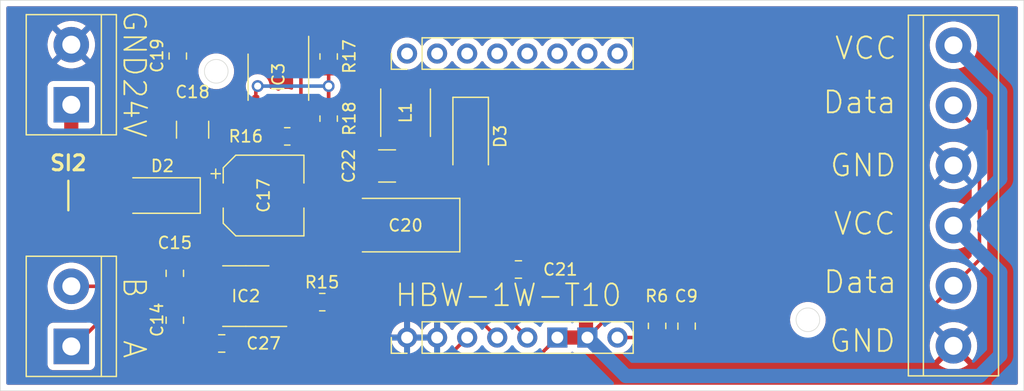
<source format=kicad_pcb>
(kicad_pcb (version 20211014) (generator pcbnew)
  (layers (0 "F.Cu" signal) (31 "B.Cu" signal) (34 "B.Paste" user) (35 "F.Paste" user) (36 "B.SilkS" user "B.Silkscreen") (37 "F.SilkS" user "F.Silkscreen") (38 "B.Mask" user) (39 "F.Mask" user) (44 "Edge.Cuts" user))
  (net 0 "")
  (net 1 "/A7")
  (net 2 "/+24V")
  (net 3 "/GND")
  (net 4 "/VCC")
  (net 5 "/A3")
  (net 6 "/RXD")
  (net 7 "/TXEN")
  (net 8 "/TXD")
  (net 9 "/A6")
  (net 10 "/A5")
  (net 11 "/A4")
  (net 12 "/A2")
  (net 13 "/A1")
  (net 14 "/A0")
  (net 15 "Net-(C17-Pad1)")
  (net 16 "Net-(D2-Pad2)")
  (net 17 "Net-(IC3-Pad1)")
  (net 18 "Net-(C14-Pad1)")
  (net 19 "Net-(C15-Pad1)")
  (net 20 "Net-(C19-Pad1)")
  (net 21 "Net-(D3-Pad1)")
  (net 22 "Net-(IC3-Pad5)")
  (net 23 "/DATA")
  (footprint "Resistor_SMD:R_0805_2012Metric_Pad1.20x1.40mm_HandSolder" (layer "F.Cu") (at 133 98.5 -90)
    (fp_text reference "R18" (at 0 -1.75 90) (layer "F.SilkS"))
    (fp_text value "12k")
    (fp_line (start -0.227064 -0.735) (end 0.227064 -0.735) (layer "F.SilkS") (width 0.12))
    (fp_line (start -0.227064 0.735) (end 0.227064 0.735) (layer "F.SilkS") (width 0.12))
    (pad "1" smd roundrect (at -1 0 270) (size 1.2 1.4) (layers "F.Cu" "F.Paste" "F.Mask") (roundrect_rratio 0.2083333333) (net 22 "Net-(IC3-Pad5)"))
    (pad "2" smd roundrect (at 1 0 270) (size 1.2 1.4) (layers "F.Cu" "F.Paste" "F.Mask") (roundrect_rratio 0.2083333333) (net 3 "/GND"))
  )
  (footprint "Diode_SMD:D_MELF" (layer "F.Cu") (at 145 100 -90)
    (fp_text reference "D3" (at 0 -2.5 -90) (layer "F.SilkS"))
    (fp_text value "SK14")
    (fp_line (start -3.3 1.5) (end 2.4 1.5) (layer "F.SilkS") (width 0.12))
    (fp_line (start 2.4 -1.5) (end -3.3 -1.5) (layer "F.SilkS") (width 0.12))
    (fp_line (start -3.3 -1.5) (end -3.3 1.5) (layer "F.SilkS") (width 0.12))
    (pad "1" smd rect (at -2.4 0 270) (size 1.5 2.7) (layers "F.Cu" "F.Paste" "F.Mask") (net 21 "Net-(D3-Pad1)"))
    (pad "2" smd rect (at 2.4 0 270) (size 1.5 2.7) (layers "F.Cu" "F.Paste" "F.Mask") (net 3 "/GND"))
  )
  (footprint "Inductor_SMD:L_Taiyo-Yuden_MD-4040" (layer "F.Cu") (at 139.5 98 90)
    (fp_text reference "L1" (at 0 0 90) (layer "F.SilkS"))
    (fp_text value "270µH" hide)
    (fp_line (start -2 -2.1) (end 2 -2.1) (layer "F.SilkS") (width 0.12))
    (fp_line (start -2 2.1) (end 2 2.1) (layer "F.SilkS") (width 0.12))
    (pad "1" smd rect (at -1.4 0 90) (size 1.2 3.7) (layers "F.Cu" "F.Paste" "F.Mask") (net 4 "/VCC"))
    (pad "2" smd rect (at 1.4 0 90) (size 1.2 3.7) (layers "F.Cu" "F.Paste" "F.Mask") (net 21 "Net-(D3-Pad1)"))
  )
  (footprint "Capacitor_SMD:C_0805_2012Metric_Pad1.18x1.45mm_HandSolder" (layer "F.Cu") (at 149.0375 111.25 180)
    (fp_text reference "C21" (at -3.5375 0) (layer "F.SilkS"))
    (fp_text value "100n")
    (fp_line (start -0.261252 -0.735) (end 0.261252 -0.735) (layer "F.SilkS") (width 0.12))
    (fp_line (start -0.261252 0.735) (end 0.261252 0.735) (layer "F.SilkS") (width 0.12))
    (pad "1" smd roundrect (at -1.0375 0 180) (size 1.175 1.45) (layers "F.Cu" "F.Paste" "F.Mask") (roundrect_rratio 0.2127659574) (net 3 "/GND"))
    (pad "2" smd roundrect (at 1.0375 0 180) (size 1.175 1.45) (layers "F.Cu" "F.Paste" "F.Mask") (roundrect_rratio 0.2127659574) (net 4 "/VCC"))
  )
  (footprint "TerminalBlock:TerminalBlock_bornier-2_P5.08mm" (layer "F.Cu") (at 111.25 97.33 90)
    (fp_text reference "J4" hide)
    (fp_text value "24V_Terminal")
    (fp_line (start -2.54 3.81) (end 7.62 3.81) (layer "F.SilkS") (width 0.12))
    (fp_line (start -2.54 -3.81) (end -2.54 3.81) (layer "F.SilkS") (width 0.12))
    (fp_line (start 7.62 2.54) (end -2.54 2.54) (layer "F.SilkS") (width 0.12))
    (fp_line (start 7.62 3.81) (end 7.62 -3.81) (layer "F.SilkS") (width 0.12))
    (fp_line (start 7.62 -3.81) (end -2.54 -3.81) (layer "F.SilkS") (width 0.12))
    (pad "1" thru_hole rect (at 0 0 90) (size 3 3) (drill 1.52) (layers *.Cu *.Mask) (net 2 "/+24V"))
    (pad "2" thru_hole circle (at 5.08 0 90) (size 3 3) (drill 1.52) (layers *.Cu *.Mask) (net 3 "/GND"))
  )
  (footprint "Capacitor_Tantalum_SMD:CP_EIA-7343-20_Kemet-V_Pad2.25x2.55mm_HandSolder" (layer "F.Cu") (at 139.5 107.5 180)
    (fp_text reference "C20" (at 0 -0.0254) (layer "F.SilkS"))
    (fp_text value "100µF/6,3V")
    (fp_line (start -4.585 -2.26) (end -4.585 2.26) (layer "F.SilkS") (width 0.12))
    (fp_line (start -4.585 2.26) (end 3.65 2.26) (layer "F.SilkS") (width 0.12))
    (fp_line (start 3.65 -2.26) (end -4.585 -2.26) (layer "F.SilkS") (width 0.12))
    (pad "1" smd roundrect (at -3.2 0 180) (size 2.25 2.55) (layers "F.Cu" "F.Paste" "F.Mask") (roundrect_rratio 0.1111111111) (net 4 "/VCC"))
    (pad "2" smd roundrect (at 3.2 0 180) (size 2.25 2.55) (layers "F.Cu" "F.Paste" "F.Mask") (roundrect_rratio 0.1111111111) (net 3 "/GND"))
  )
  (footprint "Package_SO:SOIC-8_3.9x4.9mm_P1.27mm" (layer "F.Cu") (at 128.75 95 -90)
    (fp_text reference "IC3" (at 0 0 90) (layer "F.SilkS"))
    (fp_text value "MC34063AD")
    (fp_line (start 0 -2.56) (end -3.45 -2.56) (layer "F.SilkS") (width 0.12))
    (fp_line (start 0 2.56) (end -1.95 2.56) (layer "F.SilkS") (width 0.12))
    (fp_line (start 0 -2.56) (end 1.95 -2.56) (layer "F.SilkS") (width 0.12))
    (fp_line (start 0 2.56) (end 1.95 2.56) (layer "F.SilkS") (width 0.12))
    (pad "1" smd roundrect (at -2.475 -1.905 270) (size 1.95 0.6) (layers "F.Cu" "F.Paste" "F.Mask") (net 17 "Net-(IC3-Pad1)"))
    (pad "2" smd roundrect (at -2.475 -0.635 270) (size 1.95 0.6) (layers "F.Cu" "F.Paste" "F.Mask") (net 21 "Net-(D3-Pad1)"))
    (pad "3" smd roundrect (at -2.475 0.635 270) (size 1.95 0.6) (layers "F.Cu" "F.Paste" "F.Mask") (net 20 "Net-(C19-Pad1)"))
    (pad "4" smd roundrect (at -2.475 1.905 270) (size 1.95 0.6) (layers "F.Cu" "F.Paste" "F.Mask") (net 3 "/GND"))
    (pad "5" smd roundrect (at 2.475 1.905 270) (size 1.95 0.6) (layers "F.Cu" "F.Paste" "F.Mask") (net 22 "Net-(IC3-Pad5)"))
    (pad "6" smd roundrect (at 2.475 0.635 270) (size 1.95 0.6) (layers "F.Cu" "F.Paste" "F.Mask") (net 15 "Net-(C17-Pad1)"))
    (pad "7" smd roundrect (at 2.475 -0.635 270) (size 1.95 0.6) (layers "F.Cu" "F.Paste" "F.Mask") (net 17 "Net-(IC3-Pad1)"))
    (pad "8" smd roundrect (at 2.475 -1.905 270) (size 1.95 0.6) (layers "F.Cu" "F.Paste" "F.Mask") (net 17 "Net-(IC3-Pad1)"))
  )
  (footprint "Capacitor_SMD:C_0805_2012Metric_Pad1.18x1.45mm_HandSolder" (layer "F.Cu") (at 120 111.5735 90)
    (fp_text reference "C15" (at 2.5735 0) (layer "F.SilkS"))
    (fp_text value "82pF")
    (fp_line (start -0.261252 -0.735) (end 0.261252 -0.735) (layer "F.SilkS") (width 0.12))
    (fp_line (start -0.261252 0.735) (end 0.261252 0.735) (layer "F.SilkS") (width 0.12))
    (pad "1" smd roundrect (at -1.0375 0 90) (size 1.175 1.45) (layers "F.Cu" "F.Paste" "F.Mask") (roundrect_rratio 0.2127659574) (net 19 "Net-(C15-Pad1)"))
    (pad "2" smd roundrect (at 1.0375 0 90) (size 1.175 1.45) (layers "F.Cu" "F.Paste" "F.Mask") (roundrect_rratio 0.2127659574) (net 3 "/GND"))
  )
  (footprint "Resistor_SMD:R_0805_2012Metric_Pad1.20x1.40mm_HandSolder" (layer "F.Cu") (at 160.7566 116.0178 -90)
    (fp_text reference "R6" (at -2.5178 0.0254) (layer "F.SilkS"))
    (fp_text value "4,7k")
    (fp_line (start -0.227064 0.735) (end 0.227064 0.735) (layer "F.SilkS") (width 0.12))
    (fp_line (start -0.227064 -0.735) (end 0.227064 -0.735) (layer "F.SilkS") (width 0.12))
    (pad "1" smd roundrect (at -1 0 270) (size 1.2 1.4) (layers "F.Cu" "F.Paste" "F.Mask") (roundrect_rratio 0.2083333333) (net 4 "/VCC"))
    (pad "2" smd roundrect (at 1 0 270) (size 1.2 1.4) (layers "F.Cu" "F.Paste" "F.Mask") (roundrect_rratio 0.2083333333) (net 23 "/DATA"))
  )
  (footprint "TerminalBlock:TerminalBlock_bornier-2_P5.08mm" (layer "F.Cu") (at 111.25 117.75 90)
    (fp_text reference "J5" hide)
    (fp_text value "BUS_Terminal")
    (fp_line (start 7.62 -3.81) (end -2.54 -3.81) (layer "F.SilkS") (width 0.12))
    (fp_line (start 7.62 3.81) (end 7.62 -3.81) (layer "F.SilkS") (width 0.12))
    (fp_line (start -2.54 3.81) (end 7.62 3.81) (layer "F.SilkS") (width 0.12))
    (fp_line (start -2.54 -3.81) (end -2.54 3.81) (layer "F.SilkS") (width 0.12))
    (fp_line (start 7.62 2.54) (end -2.54 2.54) (layer "F.SilkS") (width 0.12))
    (pad "1" thru_hole rect (at 0 0 90) (size 3 3) (drill 1.52) (layers *.Cu *.Mask) (net 18 "Net-(C14-Pad1)"))
    (pad "2" thru_hole circle (at 5.08 0 90) (size 3 3) (drill 1.52) (layers *.Cu *.Mask) (net 19 "Net-(C15-Pad1)"))
  )
  (footprint "Resistor_SMD:R_0805_2012Metric_Pad1.20x1.40mm_HandSolder" (layer "F.Cu") (at 129.5 100)
    (fp_text reference "R16" (at -3.5 0) (layer "F.SilkS"))
    (fp_text value "1R")
    (fp_line (start -0.227064 -0.735) (end 0.227064 -0.735) (layer "F.SilkS") (width 0.12))
    (fp_line (start -0.227064 0.735) (end 0.227064 0.735) (layer "F.SilkS") (width 0.12))
    (pad "1" smd roundrect (at -1 0) (size 1.2 1.4) (layers "F.Cu" "F.Paste" "F.Mask") (roundrect_rratio 0.2083333333) (net 15 "Net-(C17-Pad1)"))
    (pad "2" smd roundrect (at 1 0) (size 1.2 1.4) (layers "F.Cu" "F.Paste" "F.Mask") (roundrect_rratio 0.2083333333) (net 17 "Net-(IC3-Pad1)"))
  )
  (footprint "Diode_SMD:D_MELF" (layer "F.Cu") (at 118.85 105 180)
    (fp_text reference "D2" (at -0.1 2.5) (layer "F.SilkS"))
    (fp_text value "SM4007")
    (fp_line (start -3.3 1.5) (end 2.4 1.5) (layer "F.SilkS") (width 0.12))
    (fp_line (start -3.3 -1.5) (end -3.3 1.5) (layer "F.SilkS") (width 0.12))
    (fp_line (start 2.4 -1.5) (end -3.3 -1.5) (layer "F.SilkS") (width 0.12))
    (pad "1" smd rect (at -2.4 0 180) (size 1.5 2.7) (layers "F.Cu" "F.Paste" "F.Mask") (net 15 "Net-(C17-Pad1)"))
    (pad "2" smd rect (at 2.4 0 180) (size 1.5 2.7) (layers "F.Cu" "F.Paste" "F.Mask") (net 16 "Net-(D2-Pad2)"))
  )
  (footprint "Connector_PinHeader_2.54mm:PinHeader_1x08_P2.54mm_Vertical" (layer "F.Cu") (at 139.625 93 90)
    (fp_text reference "J1" hide)
    (fp_text value "Nano_Conn")
    (fp_line (start 1.33 1.27) (end 1.33 19.11) (layer "F.SilkS") (width 0.12))
    (fp_line (start -1.33 1.27) (end 1.33 1.27) (layer "F.SilkS") (width 0.12))
    (fp_line (start -1.33 19.11) (end 1.33 19.11) (layer "F.SilkS") (width 0.12))
    (fp_line (start -1.33 -1.33) (end 0 -1.33) (layer "F.SilkS") (width 0.12))
    (fp_line (start -1.33 1.27) (end -1.33 19.11) (layer "F.SilkS") (width 0.12))
    (fp_line (start -1.33 0) (end -1.33 -1.33) (layer "F.SilkS") (width 0.12))
    (pad "1" thru_hole oval (at 0 0 90) (size 1.7 1.7) (drill 1) (layers *.Cu *.Mask) (net 1 "/A7"))
    (pad "2" thru_hole oval (at 0 2.54 90) (size 1.7 1.7) (drill 1) (layers *.Cu *.Mask) (net 9 "/A6"))
    (pad "3" thru_hole oval (at 0 5.08 90) (size 1.7 1.7) (drill 1) (layers *.Cu *.Mask) (net 10 "/A5"))
    (pad "4" thru_hole oval (at 0 7.62 90) (size 1.7 1.7) (drill 1) (layers *.Cu *.Mask) (net 11 "/A4"))
    (pad "5" thru_hole oval (at 0 10.16 90) (size 1.7 1.7) (drill 1) (layers *.Cu *.Mask) (net 5 "/A3"))
    (pad "6" thru_hole oval (at 0 12.7 90) (size 1.7 1.7) (drill 1) (layers *.Cu *.Mask) (net 12 "/A2"))
    (pad "7" thru_hole oval (at 0 15.24 90) (size 1.7 1.7) (drill 1) (layers *.Cu *.Mask) (net 13 "/A1"))
    (pad "8" thru_hole oval (at 0 17.78 90) (size 1.7 1.7) (drill 1) (layers *.Cu *.Mask) (net 14 "/A0"))
  )
  (footprint "Capacitor_SMD:C_0805_2012Metric_Pad1.18x1.45mm_HandSolder" (layer "F.Cu") (at 120.25 93.2125 -90)
    (fp_text reference "C19" (at -0.0375 1.75 -270) (layer "F.SilkS"))
    (fp_text value "220pF")
    (fp_line (start -0.261252 -0.735) (end 0.261252 -0.735) (layer "F.SilkS") (width 0.12))
    (fp_line (start -0.261252 0.735) (end 0.261252 0.735) (layer "F.SilkS") (width 0.12))
    (pad "1" smd roundrect (at -1.0375 0 270) (size 1.175 1.45) (layers "F.Cu" "F.Paste" "F.Mask") (roundrect_rratio 0.2127659574) (net 20 "Net-(C19-Pad1)"))
    (pad "2" smd roundrect (at 1.0375 0 270) (size 1.175 1.45) (layers "F.Cu" "F.Paste" "F.Mask") (roundrect_rratio 0.2127659574) (net 3 "/GND"))
  )
  (footprint "Capacitor_SMD:C_1210_3225Metric_Pad1.33x2.70mm_HandSolder" (layer "F.Cu") (at 137.9375 102.5 180)
    (fp_text reference "C22" (at 3.2381 0 90) (layer "F.SilkS"))
    (fp_text value "10µF")
    (fp_line (start -0.711252 1.36) (end 0.711252 1.36) (layer "F.SilkS") (width 0.12))
    (fp_line (start -0.711252 -1.36) (end 0.711252 -1.36) (layer "F.SilkS") (width 0.12))
    (pad "1" smd roundrect (at -1.5625 0 180) (size 1.325 2.7) (layers "F.Cu" "F.Paste" "F.Mask") (roundrect_rratio 0.1886792453) (net 4 "/VCC"))
    (pad "2" smd roundrect (at 1.5625 0 180) (size 1.325 2.7) (layers "F.Cu" "F.Paste" "F.Mask") (roundrect_rratio 0.1886792453) (net 3 "/GND"))
  )
  (footprint "Connector_PinHeader_2.54mm:PinHeader_1x08_P2.54mm_Vertical" (layer "F.Cu") (at 139.625 117 90)
    (fp_text reference "J2" hide)
    (fp_text value "RS485_Conn")
    (fp_line (start -1.33 1.27) (end -1.33 19.11) (layer "F.SilkS") (width 0.12))
    (fp_line (start -1.33 19.11) (end 1.33 19.11) (layer "F.SilkS") (width 0.12))
    (fp_line (start -1.33 1.27) (end 1.33 1.27) (layer "F.SilkS") (width 0.12))
    (fp_line (start -1.33 -1.33) (end 0 -1.33) (layer "F.SilkS") (width 0.12))
    (fp_line (start -1.33 0) (end -1.33 -1.33) (layer "F.SilkS") (width 0.12))
    (fp_line (start 1.33 1.27) (end 1.33 19.11) (layer "F.SilkS") (width 0.12))
    (pad "1" thru_hole oval (at 0 0 90) (size 1.7 1.7) (drill 1) (layers *.Cu *.Mask) (net 3 "/GND"))
    (pad "2" thru_hole oval (at 0 2.54 90) (size 1.7 1.7) (drill 1) (layers *.Cu *.Mask) (net 3 "/GND"))
    (pad "3" thru_hole oval (at 0 5.08 90) (size 1.7 1.7) (drill 1) (layers *.Cu *.Mask) (net 6 "/RXD"))
    (pad "4" thru_hole oval (at 0 7.62 90) (size 1.7 1.7) (drill 1) (layers *.Cu *.Mask) (net 7 "/TXEN"))
    (pad "5" thru_hole oval (at 0 10.16 90) (size 1.7 1.7) (drill 1) (layers *.Cu *.Mask) (net 8 "/TXD"))
    (pad "6" thru_hole rect (at 0 12.7 90) (size 1.7 1.7) (drill 1) (layers *.Cu *.Mask) (net 4 "/VCC"))
    (pad "7" thru_hole rect (at 0 15.24 90) (size 1.7 1.7) (drill 1) (layers *.Cu *.Mask) (net 4 "/VCC"))
    (pad "8" thru_hole oval (at 0 17.78 90) (size 1.7 1.7) (drill 1) (layers *.Cu *.Mask) (net 23 "/DATA"))
  )
  (footprint "Capacitor_SMD:CP_Elec_6.3x5.8" (layer "F.Cu") (at 127.5 105)
    (fp_text reference "C17" (at 0 0 90) (layer "F.SilkS"))
    (fp_text value "10µF/50V")
    (fp_line (start -3.41 2.345563) (end -3.41 1.06) (layer "F.SilkS") (width 0.12))
    (fp_line (start -3.41 2.345563) (end -2.345563 3.41) (layer "F.SilkS") (width 0.12))
    (fp_line (start 3.41 -3.41) (end 3.41 -1.06) (layer "F.SilkS") (width 0.12))
    (fp_line (start -3.41 -2.345563) (end -2.345563 -3.41) (layer "F.SilkS") (width 0.12))
    (fp_line (start -3.41 -2.345563) (end -3.41 -1.06) (layer "F.SilkS") (width 0.12))
    (fp_line (start -4.04375 -2.24125) (end -4.04375 -1.45375) (layer "F.SilkS") (width 0.12))
    (fp_line (start 3.41 3.41) (end 3.41 1.06) (layer "F.SilkS") (width 0.12))
    (fp_line (start -2.345563 -3.41) (end 3.41 -3.41) (layer "F.SilkS") (width 0.12))
    (fp_line (start -4.4375 -1.8475) (end -3.65 -1.8475) (layer "F.SilkS") (width 0.12))
    (fp_line (start -2.345563 3.41) (end 3.41 3.41) (layer "F.SilkS") (width 0.12))
    (pad "1" smd roundrect (at -2.7 0) (size 3.5 1.6) (layers "F.Cu" "F.Paste" "F.Mask") (roundrect_rratio 0.15625) (net 15 "Net-(C17-Pad1)"))
    (pad "2" smd roundrect (at 2.7 0) (size 3.5 1.6) (layers "F.Cu" "F.Paste" "F.Mask") (roundrect_rratio 0.15625) (net 3 "/GND"))
  )
  (footprint "TerminalBlock:TerminalBlock_bornier-6_P5.08mm" (layer "F.Cu") (at 185.8 92.3 -90)
    (fp_text reference "J3" hide)
    (fp_text value "Screw_Terminal_01x06")
    (fp_line (start -2.54 -3.81) (end -2.54 3.81) (layer "F.SilkS") (width 0.12))
    (fp_line (start -2.54 3.81) (end 27.94 3.81) (layer "F.SilkS") (width 0.12))
    (fp_line (start 27.94 3.81) (end 27.94 -3.81) (layer "F.SilkS") (width 0.12))
    (fp_line (start -2.54 2.54) (end 27.94 2.54) (layer "F.SilkS") (width 0.12))
    (fp_line (start -2.54 -3.81) (end 27.94 -3.81) (layer "F.SilkS") (width 0.12))
    (pad "1" thru_hole oval (at 0 0 270) (size 3 3) (drill 1.52) (layers *.Cu *.Mask) (net 4 "/VCC"))
    (pad "2" thru_hole circle (at 5.08 0 270) (size 3 3) (drill 1.52) (layers *.Cu *.Mask) (net 23 "/DATA"))
    (pad "3" thru_hole circle (at 10.16 0 270) (size 3 3) (drill 1.52) (layers *.Cu *.Mask) (net 3 "/GND"))
    (pad "4" thru_hole circle (at 15.24 0 270) (size 3 3) (drill 1.52) (layers *.Cu *.Mask) (net 4 "/VCC"))
    (pad "5" thru_hole circle (at 20.32 0 270) (size 3 3) (drill 1.52) (layers *.Cu *.Mask) (net 23 "/DATA"))
    (pad "6" thru_hole circle (at 25.4 0 270) (size 3 3) (drill 1.52) (layers *.Cu *.Mask) (net 3 "/GND"))
  )
  (footprint "Capacitor_SMD:C_0805_2012Metric_Pad1.18x1.45mm_HandSolder" (layer "F.Cu") (at 123.9625 117.5)
    (fp_text reference "C27" (at 3.5375 0) (layer "F.SilkS"))
    (fp_text value "100n")
    (fp_line (start -0.261252 -0.735) (end 0.261252 -0.735) (layer "F.SilkS") (width 0.12))
    (fp_line (start -0.261252 0.735) (end 0.261252 0.735) (layer "F.SilkS") (width 0.12))
    (pad "1" smd roundrect (at -1.0375 0) (size 1.175 1.45) (layers "F.Cu" "F.Paste" "F.Mask") (roundrect_rratio 0.2127659574) (net 3 "/GND"))
    (pad "2" smd roundrect (at 1.0375 0) (size 1.175 1.45) (layers "F.Cu" "F.Paste" "F.Mask") (roundrect_rratio 0.2127659574) (net 4 "/VCC"))
  )
  (footprint "Package_SO:SOIC-8_3.9x4.9mm_P1.27mm" (layer "F.Cu") (at 126 113.5 180)
    (fp_text reference "IC2" (at 0 0) (layer "F.SilkS"))
    (fp_text value "MAX487E")
    (fp_line (start 0 -2.56) (end 1.95 -2.56) (layer "F.SilkS") (width 0.12))
    (fp_line (start 0 -2.56) (end -3.45 -2.56) (layer "F.SilkS") (width 0.12))
    (fp_line (start 0 2.56) (end 1.95 2.56) (layer "F.SilkS") (width 0.12))
    (fp_line (start 0 2.56) (end -1.95 2.56) (layer "F.SilkS") (width 0.12))
    (pad "1" smd roundrect (at -2.475 -1.905 180) (size 1.95 0.6) (layers "F.Cu" "F.Paste" "F.Mask") (net 6 "/RXD"))
    (pad "2" smd roundrect (at -2.475 -0.635 180) (size 1.95 0.6) (layers "F.Cu" "F.Paste" "F.Mask") (net 3 "/GND"))
    (pad "3" smd roundrect (at -2.475 0.635 180) (size 1.95 0.6) (layers "F.Cu" "F.Paste" "F.Mask") (net 7 "/TXEN"))
    (pad "4" smd roundrect (at -2.475 1.905 180) (size 1.95 0.6) (layers "F.Cu" "F.Paste" "F.Mask") (net 8 "/TXD"))
    (pad "5" smd roundrect (at 2.475 1.905 180) (size 1.95 0.6) (layers "F.Cu" "F.Paste" "F.Mask") (net 3 "/GND"))
    (pad "6" smd roundrect (at 2.475 0.635 180) (size 1.95 0.6) (layers "F.Cu" "F.Paste" "F.Mask") (net 19 "Net-(C15-Pad1)"))
    (pad "7" smd roundrect (at 2.475 -0.635 180) (size 1.95 0.6) (layers "F.Cu" "F.Paste" "F.Mask") (net 18 "Net-(C14-Pad1)"))
    (pad "8" smd roundrect (at 2.475 -1.905 180) (size 1.95 0.6) (layers "F.Cu" "F.Paste" "F.Mask") (net 4 "/VCC"))
  )
  (footprint "Capacitor_SMD:C_0805_2012Metric_Pad1.18x1.45mm_HandSolder" (layer "F.Cu") (at 120 115.5375 -90)
    (fp_text reference "C14" (at -0.0375 1.5 90) (layer "F.SilkS"))
    (fp_text value "82pF")
    (fp_line (start -0.261252 0.735) (end 0.261252 0.735) (layer "F.SilkS") (width 0.12))
    (fp_line (start -0.261252 -0.735) (end 0.261252 -0.735) (layer "F.SilkS") (width 0.12))
    (pad "1" smd roundrect (at -1.0375 0 270) (size 1.175 1.45) (layers "F.Cu" "F.Paste" "F.Mask") (roundrect_rratio 0.2127659574) (net 18 "Net-(C14-Pad1)"))
    (pad "2" smd roundrect (at 1.0375 0 270) (size 1.175 1.45) (layers "F.Cu" "F.Paste" "F.Mask") (roundrect_rratio 0.2127659574) (net 3 "/GND"))
  )
  (footprint "Resistor_SMD:R_0805_2012Metric_Pad1.20x1.40mm_HandSolder" (layer "F.Cu") (at 133 93.25 -90)
    (fp_text reference "R17" (at 0 -1.75 90) (layer "F.SilkS"))
    (fp_text value "36k")
    (fp_line (start -0.227064 -0.735) (end 0.227064 -0.735) (layer "F.SilkS") (width 0.12))
    (fp_line (start -0.227064 0.735) (end 0.227064 0.735) (layer "F.SilkS") (width 0.12))
    (pad "1" smd roundrect (at -1 0 270) (size 1.2 1.4) (layers "F.Cu" "F.Paste" "F.Mask") (roundrect_rratio 0.2083333333) (net 4 "/VCC"))
    (pad "2" smd roundrect (at 1 0 270) (size 1.2 1.4) (layers "F.Cu" "F.Paste" "F.Mask") (roundrect_rratio 0.2083333333) (net 22 "Net-(IC3-Pad5)"))
  )
  (footprint "Capacitor_SMD:C_0805_2012Metric_Pad1.18x1.45mm_HandSolder" (layer "F.Cu") (at 163.25 116.0375 90)
    (fp_text reference "C9" (at 2.5375 -0.0254) (layer "F.SilkS"))
    (fp_text value "100n")
    (fp_line (start -0.261252 -0.735) (end 0.261252 -0.735) (layer "F.SilkS") (width 0.12))
    (fp_line (start -0.261252 0.735) (end 0.261252 0.735) (layer "F.SilkS") (width 0.12))
    (pad "1" smd roundrect (at -1.0375 0 90) (size 1.175 1.45) (layers "F.Cu" "F.Paste" "F.Mask") (roundrect_rratio 0.2127659574) (net 23 "/DATA"))
    (pad "2" smd roundrect (at 1.0375 0 90) (size 1.175 1.45) (layers "F.Cu" "F.Paste" "F.Mask") (roundrect_rratio 0.2127659574) (net 3 "/GND"))
  )
  (footprint "Resistor_SMD:R_0805_2012Metric_Pad1.20x1.40mm_HandSolder" (layer "F.Cu") (at 132.4596 114.008)
    (fp_text reference "R15" (at -0.016 -1.6764) (layer "F.SilkS"))
    (fp_text value "10k")
    (fp_line (start -0.227064 -0.735) (end 0.227064 -0.735) (layer "F.SilkS") (width 0.12))
    (fp_line (start -0.227064 0.735) (end 0.227064 0.735) (layer "F.SilkS") (width 0.12))
    (pad "1" smd roundrect (at -1 0) (size 1.2 1.4) (layers "F.Cu" "F.Paste" "F.Mask") (roundrect_rratio 0.2083333333) (net 3 "/GND"))
    (pad "2" smd roundrect (at 1 0) (size 1.2 1.4) (layers "F.Cu" "F.Paste" "F.Mask") (roundrect_rratio 0.2083333333) (net 7 "/TXEN"))
  )
  (footprint "Capacitor_SMD:C_1210_3225Metric_Pad1.33x2.70mm_HandSolder" (layer "F.Cu") (at 121.5 99.4375 90)
    (fp_text reference "C18" (at 3.1875 0 180) (layer "F.SilkS"))
    (fp_text value "2,2µF/50V")
    (fp_line (start -0.711252 -1.36) (end 0.711252 -1.36) (layer "F.SilkS") (width 0.12))
    (fp_line (start -0.711252 1.36) (end 0.711252 1.36) (layer "F.SilkS") (width 0.12))
    (pad "1" smd roundrect (at -1.5625 0 90) (size 1.325 2.7) (layers "F.Cu" "F.Paste" "F.Mask") (roundrect_rratio 0.1886792453) (net 15 "Net-(C17-Pad1)"))
    (pad "2" smd roundrect (at 1.5625 0 90) (size 1.325 2.7) (layers "F.Cu" "F.Paste" "F.Mask") (roundrect_rratio 0.1886792453) (net 3 "/GND"))
  )
  (footprint "Fuse:FUSC6127X294N" (layer "F.Cu") (at 111 105)
    (fp_text reference "SI2" (at 0 -2.75) (layer "F.SilkS") (effects (font (size 1.27 1.27) (thickness 0.254))))
    (fp_text value "375mA" hide)
    (fp_line (start 0 -1.245) (end 0 1.245) (layer "F.SilkS") (width 0.2))
    (pad "1" smd rect (at -2.5 0) (size 2.02 2.95) (layers "F.Cu" "F.Paste" "F.Mask") (net 2 "/+24V"))
    (pad "2" smd rect (at 2.5 0) (size 2.02 2.95) (layers "F.Cu" "F.Paste" "F.Mask") (net 16 "Net-(D2-Pad2)"))
  )
  (gr_rect (start 105.25 88.5) (end 191.75 121.5) (layer "Edge.Cuts") (width 0.05) (fill none))
  (gr_circle (center 123.5 94.5) (end 124.5 94.5) (layer "Edge.Cuts") (width 0.05) (fill none))
  (gr_circle (center 173.5 115.5) (end 174.5 115.5) (layer "Edge.Cuts") (width 0.05) (fill none))
  (gr_text "GND" (at 175.2092 118.364) (layer "F.SilkS") (effects (font (size 1.84 1.84) (thickness 0.16)) (justify left bottom)))
  (gr_text "24V" (at 115.5 94.95 270) (layer "F.SilkS") (effects (font (size 1.84 1.84)) (justify left bottom)))
  (gr_text "B" (at 115.5 111.75 270) (layer "F.SilkS") (effects (font (size 1.84 1.84)) (justify left bottom)))
  (gr_text "HBW-1W-T10" (at 138.5 114.5) (layer "F.SilkS") (effects (font (size 1.84 1.84)) (justify left bottom)))
  (gr_text "VCC" (at 175.5648 108.458) (layer "F.SilkS") (effects (font (size 1.84 1.84) (thickness 0.16)) (justify left bottom)))
  (gr_text "Data" (at 174.6504 98.1964) (layer "F.SilkS") (effects (font (size 1.84 1.84) (thickness 0.16)) (justify left bottom)))
  (gr_text "VCC" (at 175.6664 93.6244) (layer "F.SilkS") (effects (font (size 1.84 1.84) (thickness 0.16)) (justify left bottom)))
  (gr_text "Data" (at 174.7012 113.3856) (layer "F.SilkS") (effects (font (size 1.84 1.84) (thickness 0.16)) (justify left bottom)))
  (gr_text "GND" (at 115.5 89.25 270) (layer "F.SilkS") (effects (font (size 1.84 1.84)) (justify left bottom)))
  (gr_text "A" (at 115.5 117.1 270) (layer "F.SilkS") (effects (font (size 1.84 1.84)) (justify left bottom)))
  (gr_text "GND" (at 175.26 103.5304) (layer "F.SilkS") (effects (font (size 1.84 1.84) (thickness 0.16)) (justify left bottom)))
  (segment (start 111.25 97.33) (end 111.25 102.25) (width 1.2) (layer "F.Cu") (net 2))
  (segment (start 111.25 102.25) (end 108.5 105) (width 1.2) (layer "F.Cu") (net 2))
  (segment (start 154.865 117) (end 154.75 116.885) (width 1.2) (layer "F.Cu") (net 4))
  (segment (start 160.7566 115.0178) (end 156.8472 115.0178) (width 0.3) (layer "F.Cu") (net 4))
  (segment (start 154.865 117) (end 152.325 117) (width 1.2) (layer "F.Cu") (net 4))
  (segment (start 136.5 95.75) (end 136.5 98.5) (width 0.3) (layer "F.Cu") (net 4))
  (segment (start 141.5 107.5) (end 139.5 105.5) (width 1.2) (layer "F.Cu") (net 4))
  (segment (start 125 117.5) (end 126.5 119) (width 0.3) (layer "F.Cu") (net 4))
  (segment (start 143.05 107.5) (end 146.8 111.25) (width 1.2) (layer "F.Cu") (net 4))
  (segment (start 126.5 119) (end 150.325 119) (width 0.3) (layer "F.Cu") (net 4))
  (segment (start 146.8 111.25) (end 147.925 111.25) (width 1.2) (layer "F.Cu") (net 4))
  (segment (start 125 117.5) (end 125 116.88) (width 0.3) (layer "F.Cu") (net 4))
  (segment (start 150.325 119) (end 152.325 117) (width 0.3) (layer "F.Cu") (net 4))
  (segment (start 153.75 114.5) (end 150 114.5) (width 1.2) (layer "F.Cu") (net 4))
  (segment (start 139.5 105.5) (end 139.5 102.5) (width 1.2) (layer "F.Cu") (net 4))
  (segment (start 136.5 98.5) (end 137.4 99.4) (width 0.3) (layer "F.Cu") (net 4))
  (segment (start 137.4 99.4) (end 139.5 99.4) (width 0.3) (layer "F.Cu") (net 4))
  (segment (start 147.925 112.425) (end 147.925 111.25) (width 1.2) (layer "F.Cu") (net 4))
  (segment (start 139.5 102.5) (end 139.5 99.4) (width 1.2) (layer "F.Cu") (net 4))
  (segment (start 143.05 107.5) (end 141.5 107.5) (width 1.2) (layer "F.Cu") (net 4))
  (segment (start 154.75 115.5) (end 153.75 114.5) (width 1.2) (layer "F.Cu") (net 4))
  (segment (start 150 114.5) (end 147.925 112.425) (width 1.2) (layer "F.Cu") (net 4))
  (segment (start 156.8472 115.0178) (end 154.865 117) (width 0.3) (layer "F.Cu") (net 4))
  (segment (start 154.75 116.885) (end 154.75 115.5) (width 1.2) (layer "F.Cu") (net 4))
  (segment (start 133 92.25) (end 136.5 95.75) (width 0.3) (layer "F.Cu") (net 4))
  (segment (start 125 116.88) (end 123.525 115.405) (width 0.3) (layer "F.Cu") (net 4))
  (segment (start 188 120.25) (end 189.75 118.5) (width 1.2) (layer "B.Cu") (net 4))
  (segment (start 189.75 103.59) (end 185.8 107.54) (width 1.2) (layer "B.Cu") (net 4))
  (segment (start 189.75 96.25) (end 189.75 103.59) (width 1.2) (layer "B.Cu") (net 4))
  (segment (start 185.8 92.3) (end 189.75 96.25) (width 1.2) (layer "B.Cu") (net 4))
  (segment (start 189.75 118.5) (end 189.75 111.49) (width 1.2) (layer "B.Cu") (net 4))
  (segment (start 189.75 111.49) (end 185.8 107.54) (width 1.2) (layer "B.Cu") (net 4))
  (segment (start 154.865 117) (end 158.115 120.25) (width 1.2) (layer "B.Cu") (net 4))
  (segment (start 158.115 120.25) (end 188 120.25) (width 1.2) (layer "B.Cu") (net 4))
  (segment (start 143.25 118.455) (end 144.705 117) (width 0.3) (layer "F.Cu") (net 6))
  (segment (start 143.25 118.5) (end 143.25 118.455) (width 0.3) (layer "F.Cu") (net 6))
  (segment (start 131.57 118.5) (end 143.25 118.5) (width 0.3) (layer "F.Cu") (net 6))
  (segment (start 128.475 115.405) (end 131.57 118.5) (width 0.3) (layer "F.Cu") (net 6))
  (segment (start 132.3166 112.865) (end 133.4596 114.008) (width 0.3) (layer "F.Cu") (net 7))
  (segment (start 144.253 114.008) (end 147.245 117) (width 0.3) (layer "F.Cu") (net 7))
  (segment (start 133.4596 114.008) (end 144.253 114.008) (width 0.3) (layer "F.Cu") (net 7))
  (segment (start 128.475 112.865) (end 132.3166 112.865) (width 0.3) (layer "F.Cu") (net 7))
  (segment (start 128.475 111.595) (end 144.38 111.595) (width 0.3) (layer "F.Cu") (net 8))
  (segment (start 144.38 111.595) (end 149.785 117) (width 0.3) (layer "F.Cu") (net 8))
  (segment (start 122.5 100) (end 121.5 101) (width 0.3) (layer "F.Cu") (net 15))
  (segment (start 128.5 100) (end 122.5 100) (width 0.3) (layer "F.Cu") (net 15))
  (segment (start 121.5 101) (end 124.8 104.3) (width 1.2) (layer "F.Cu") (net 15))
  (segment (start 128.115 97.475) (end 128.115 99.615) (width 0.3) (layer "F.Cu") (net 15))
  (segment (start 121.25 105) (end 124.8 105) (width 1.2) (layer "F.Cu") (net 15))
  (segment (start 128.115 99.615) (end 128.5 100) (width 0.3) (layer "F.Cu") (net 15))
  (segment (start 113.5 105) (end 116.45 105) (width 1.2) (layer "F.Cu") (net 16))
  (segment (start 130.655 92.525) (end 130.655 97.475) (width 0.3) (layer "F.Cu") (net 17))
  (segment (start 130.655 99.845) (end 130.5 100) (width 0.3) (layer "F.Cu") (net 17))
  (segment (start 130.655 97.475) (end 130.655 99.845) (width 0.3) (layer "F.Cu") (net 17))
  (segment (start 129.385 97.475) (end 130.655 97.475) (width 0.3) (layer "F.Cu") (net 17))
  (segment (start 120.365 114.135) (end 120 114.5) (width 0.3) (layer "F.Cu") (net 18))
  (segment (start 120 114.5) (end 114.75 114.5) (width 0.3) (layer "F.Cu") (net 18))
  (segment (start 111.5 117.75) (end 111.25 117.75) (width 0.3) (layer "F.Cu") (net 18))
  (segment (start 123.525 114.135) (end 120.365 114.135) (width 0.3) (layer "F.Cu") (net 18))
  (segment (start 114.75 114.5) (end 111.5 117.75) (width 0.3) (layer "F.Cu") (net 18))
  (segment (start 120.254 112.865) (end 120 112.611) (width 0.3) (layer "F.Cu") (net 19))
  (segment (start 120 112.611) (end 119.941 112.67) (width 0.3) (layer "F.Cu") (net 19))
  (segment (start 123.525 112.865) (end 120.254 112.865) (width 0.3) (layer "F.Cu") (net 19))
  (segment (start 119.941 112.67) (end 111.25 112.67) (width 0.3) (layer "F.Cu") (net 19))
  (segment (start 128.115 91.615) (end 127.5 91) (width 0.3) (layer "F.Cu") (net 20))
  (segment (start 128.115 92.525) (end 128.115 91.615) (width 0.3) (layer "F.Cu") (net 20))
  (segment (start 120.75 91) (end 127.5 91) (width 0.3) (layer "F.Cu") (net 20))
  (segment (start 120.25 92.175) (end 120.25 91.5) (width 0.3) (layer "F.Cu") (net 20))
  (segment (start 120.25 91.5) (end 120.75 91) (width 0.3) (layer "F.Cu") (net 20))
  (segment (start 139 96.5) (end 144 96.5) (width 0.3) (layer "F.Cu") (net 21))
  (segment (start 135.25 91) (end 136.75 92.5) (width 0.3) (layer "F.Cu") (net 21))
  (segment (start 136.75 92.5) (end 136.75 94.25) (width 0.3) (layer "F.Cu") (net 21))
  (segment (start 129.385 91.615) (end 130 91) (width 0.3) (layer "F.Cu") (net 21))
  (segment (start 130 91) (end 135.25 91) (width 0.3) (layer "F.Cu") (net 21))
  (segment (start 144 96.5) (end 145 97.5) (width 0.3) (layer "F.Cu") (net 21))
  (segment (start 129.385 92.525) (end 129.385 91.615) (width 0.3) (layer "F.Cu") (net 21))
  (segment (start 136.75 94.25) (end 139 96.5) (width 0.3) (layer "F.Cu") (net 21))
  (segment (start 126.845 97.475) (end 126.845 95.905) (width 0.3) (layer "F.Cu") (net 22))
  (segment (start 133 97.5) (end 133 94.25) (width 0.3) (layer "F.Cu") (net 22))
  (segment (start 126.845 95.905) (end 127 95.75) (width 0.3) (layer "F.Cu") (net 22))
  (segment (start 133 95.75) (end 133 97.5) (width 0.3) (layer "F.Cu") (net 22))
  (via (at 127 95.75) (size 1) (drill 0.6) (layers "F.Cu" "B.Cu") (net 22))
  (via (at 133 95.75) (size 1) (drill 0.6) (layers "F.Cu" "B.Cu") (net 22))
  (segment (start 127 95.75) (end 133 95.75) (width 0.3) (layer "B.Cu") (net 22))
  (segment (start 188 110.42) (end 185.8 112.62) (width 0.3) (layer "F.Cu") (net 23))
  (segment (start 165 117.5) (end 180.92 117.5) (width 0.3) (layer "F.Cu") (net 23))
  (segment (start 185.8 97.38) (end 188 99.58) (width 0.3) (layer "F.Cu") (net 23))
  (segment (start 164.5 117) (end 165 117.5) (width 0.3) (layer "F.Cu") (net 23))
  (segment (start 157.405 117) (end 164.5 117) (width 0.3) (layer "F.Cu") (net 23))
  (segment (start 188 99.58) (end 188 110.42) (width 0.3) (layer "F.Cu") (net 23))
  (segment (start 180.92 117.5) (end 185.8 112.62) (width 0.3) (layer "F.Cu") (net 23))
  (zone (net 3) (net_name "/GND") (layers F&B.Cu) (connect_pads (clearance 0.508)) (min_thickness 0.254) (fill yes (thermal_gap 0.508) (thermal_bridge_width 0.508))
    (polygon (pts (xy 191.75 121.5) (xy 105.25 121.5) (xy 105.25 88.5) (xy 191.75 88.5)))
  )
)
</source>
